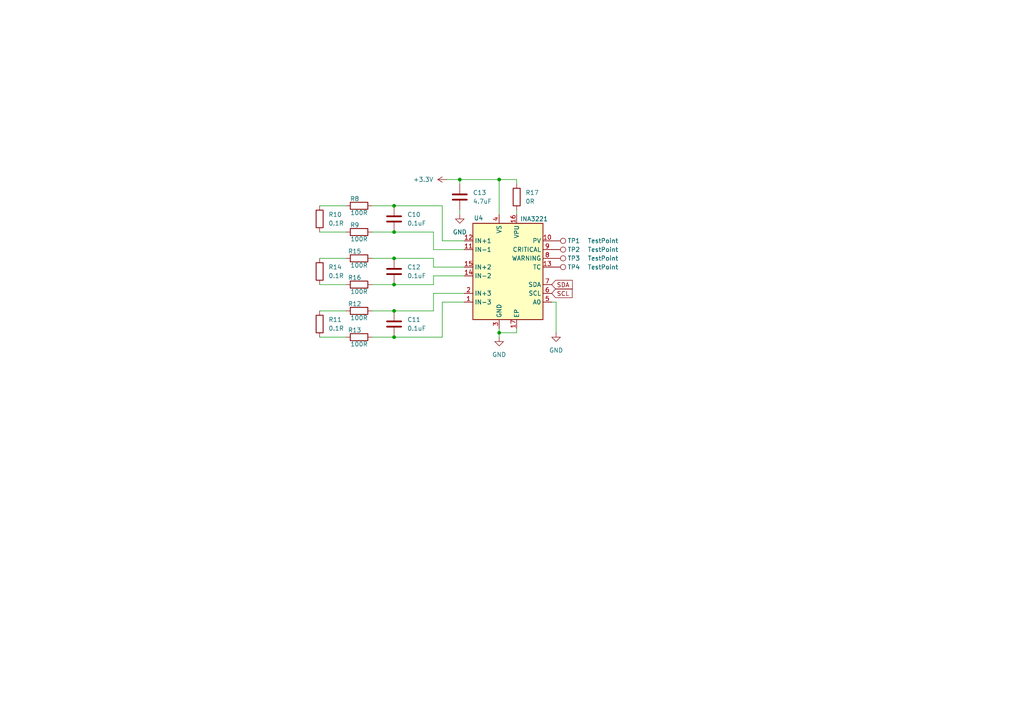
<source format=kicad_sch>
(kicad_sch (version 20250114) (generator "eeschema") (generator_version "9.0")
  (paper "A4")
  (title_block (title "Monitoring INA3221") (date "2025-06-19") (rev "1.0") (company "Thomas Faucherre"))
  (lib_symbols
    (symbol "Connector:TestPoint" (pin_numbers (hide yes)) (pin_names (offset 0.762) (hide yes))
      (property "Reference" "TP" (at 0 6.858 0))
      (property "Value" "TestPoint" (at 0 5.08 0))
      (symbol "TestPoint_0_1"
        (circle (center 0 3.302) (radius 0.762))
      )
      (symbol "TestPoint_1_1"
        (pin passive line (at 0 0 90) (length 2.54) (name "1") (number "1"))
      )
    )
    (symbol "Device:C" (pin_numbers (hide yes)) (pin_names (offset 0.254))
      (property "Reference" "C" (at 0.635 2.54 0))
      (property "Value" "C" (at 0.635 -2.54 0))
      (symbol "C_0_1"
        (polyline (pts (xy -2.032 0.762) (xy 2.032 0.762)) (stroke (width 0.508)))
        (polyline (pts (xy -2.032 -0.762) (xy 2.032 -0.762)) (stroke (width 0.508)))
      )
      (symbol "C_1_1"
        (pin passive line (at 0 3.81 270) (length 2.794) (name "~") (number "1"))
        (pin passive line (at 0 -3.81 90) (length 2.794) (name "~") (number "2"))
      )
    )
    (symbol "Device:R" (pin_numbers (hide yes)) (pin_names (offset 0))
      (property "Reference" "R" (at 2.032 0 90))
      (property "Value" "R" (at 0 0 90))
      (symbol "R_0_1"
        (rectangle (start -1.016 -2.54) (end 1.016 2.54) (stroke (width 0.254)))
      )
      (symbol "R_1_1"
        (pin passive line (at 0 3.81 270) (length 1.27) (name "~") (number "1"))
        (pin passive line (at 0 -3.81 90) (length 1.27) (name "~") (number "2"))
      )
    )
    (symbol "Power_Management:INA3221"
      (property "Reference" "U" (at -10.16 17.78 0))
      (property "Value" "INA3221" (at 5.08 17.78 0))
      (symbol "INA3221_0_1"
        (rectangle (start 10.16 -12.7) (end -10.16 15.24) (stroke (width 0.254)) (fill (type background)))
      )
      (symbol "INA3221_1_1"
        (pin input line (at -12.7 10.16 0) (length 2.54) (name "IN+1") (number "12"))
        (pin input line (at -12.7 7.62 0) (length 2.54) (name "IN-1") (number "11"))
        (pin input line (at -12.7 2.54 0) (length 2.54) (name "IN+2") (number "15"))
        (pin input line (at -12.7 0 0) (length 2.54) (name "IN-2") (number "14"))
        (pin input line (at -12.7 -5.08 0) (length 2.54) (name "IN+3") (number "2"))
        (pin input line (at -12.7 -7.62 0) (length 2.54) (name "IN-3") (number "1"))
        (pin power_in line (at -2.54 17.78 270) (length 2.54) (name "VS") (number "4"))
        (pin power_in line (at -2.54 -15.24 90) (length 2.54) (name "GND") (number "3"))
        (pin power_in line (at 2.54 17.78 270) (length 2.54) (name "VPU") (number "16"))
        (pin passive line (at 2.54 -15.24 90) (length 2.54) (name "EP") (number "17"))
        (pin open_collector line (at 12.7 10.16 180) (length 2.54) (name "PV") (number "10"))
        (pin open_collector line (at 12.7 7.62 180) (length 2.54) (name "CRITICAL") (number "9"))
        (pin open_collector line (at 12.7 5.08 180) (length 2.54) (name "WARNING") (number "8"))
        (pin open_collector line (at 12.7 2.54 180) (length 2.54) (name "TC") (number "13"))
        (pin bidirectional line (at 12.7 -2.54 180) (length 2.54) (name "SDA") (number "7"))
        (pin input line (at 12.7 -5.08 180) (length 2.54) (name "SCL") (number "6"))
        (pin input line (at 12.7 -7.62 180) (length 2.54) (name "A0") (number "5"))
      )
    )
    (symbol "power:+3.3V" (power) (pin_numbers (hide yes)) (pin_names (offset 0) (hide yes))
      (property "Value" "+3.3V" (at 0 3.556 0))
      (symbol "+3.3V_0_1"
        (polyline (pts (xy -0.762 1.27) (xy 0 2.54)))
        (polyline (pts (xy 0 2.54) (xy 0.762 1.27)))
        (polyline (pts (xy 0 0) (xy 0 2.54)))
      )
      (symbol "+3.3V_1_1"
        (pin power_in line (at 0 0 90) (length 0) (name "~") (number "1"))
      )
    )
    (symbol "power:GND" (power) (pin_numbers (hide yes)) (pin_names (offset 0) (hide yes))
      (property "Value" "GND" (at 0 -3.81 0))
      (symbol "GND_0_1"
        (polyline (pts (xy 0 0) (xy 0 -1.27) (xy 1.27 -1.27) (xy 0 -2.54) (xy -1.27 -1.27) (xy 0 -1.27)))
      )
      (symbol "GND_1_1"
        (pin power_in line (at 0 0 270) (length 0) (name "~") (number "1"))
      )
    )
  )
  (junction (at 114.3 67.31))
  (junction (at 114.3 59.69))
  (junction (at 114.3 74.93))
  (junction (at 133.35 52.07))
  (junction (at 114.3 90.17))
  (junction (at 114.3 82.55))
  (junction (at 144.78 52.07))
  (junction (at 144.78 96.52))
  (junction (at 114.3 97.79))
  (wire (pts (xy 144.78 52.07) (xy 149.86 52.07)))
  (wire (pts (xy 107.95 67.31) (xy 114.3 67.31)))
  (wire (pts (xy 149.86 95.25) (xy 149.86 96.52)))
  (wire (pts (xy 125.73 74.93) (xy 114.3 74.93)))
  (wire (pts (xy 107.95 59.69) (xy 114.3 59.69)))
  (wire (pts (xy 129.54 52.07) (xy 133.35 52.07)))
  (wire (pts (xy 134.62 87.63) (xy 128.27 87.63)))
  (wire (pts (xy 128.27 59.69) (xy 114.3 59.69)))
  (wire (pts (xy 128.27 87.63) (xy 128.27 97.79)))
  (wire (pts (xy 125.73 67.31) (xy 114.3 67.31)))
  (wire (pts (xy 144.78 95.25) (xy 144.78 96.52)))
  (wire (pts (xy 125.73 80.01) (xy 134.62 80.01)))
  (wire (pts (xy 107.95 82.55) (xy 114.3 82.55)))
  (wire (pts (xy 144.78 96.52) (xy 149.86 96.52)))
  (wire (pts (xy 125.73 77.47) (xy 125.73 74.93)))
  (wire (pts (xy 160.02 87.63) (xy 161.29 87.63)))
  (wire (pts (xy 92.71 74.93) (xy 100.33 74.93)))
  (wire (pts (xy 125.73 77.47) (xy 134.62 77.47)))
  (wire (pts (xy 134.62 72.39) (xy 125.73 72.39)))
  (wire (pts (xy 125.73 82.55) (xy 114.3 82.55)))
  (wire (pts (xy 134.62 69.85) (xy 128.27 69.85)))
  (wire (pts (xy 161.29 87.63) (xy 161.29 96.52)))
  (wire (pts (xy 107.95 90.17) (xy 114.3 90.17)))
  (wire (pts (xy 149.86 60.96) (xy 149.86 62.23)))
  (wire (pts (xy 149.86 53.34) (xy 149.86 52.07)))
  (wire (pts (xy 92.71 67.31) (xy 100.33 67.31)))
  (wire (pts (xy 133.35 60.96) (xy 133.35 62.23)))
  (wire (pts (xy 133.35 52.07) (xy 133.35 53.34)))
  (wire (pts (xy 107.95 74.93) (xy 114.3 74.93)))
  (wire (pts (xy 144.78 96.52) (xy 144.78 97.79)))
  (wire (pts (xy 92.71 97.79) (xy 100.33 97.79)))
  (wire (pts (xy 125.73 85.09) (xy 125.73 90.17)))
  (wire (pts (xy 128.27 97.79) (xy 114.3 97.79)))
  (wire (pts (xy 125.73 90.17) (xy 114.3 90.17)))
  (wire (pts (xy 125.73 80.01) (xy 125.73 82.55)))
  (wire (pts (xy 92.71 82.55) (xy 100.33 82.55)))
  (wire (pts (xy 128.27 69.85) (xy 128.27 59.69)))
  (wire (pts (xy 125.73 72.39) (xy 125.73 67.31)))
  (wire (pts (xy 133.35 52.07) (xy 144.78 52.07)))
  (wire (pts (xy 134.62 85.09) (xy 125.73 85.09)))
  (wire (pts (xy 144.78 52.07) (xy 144.78 62.23)))
  (wire (pts (xy 92.71 59.69) (xy 100.33 59.69)))
  (wire (pts (xy 92.71 90.17) (xy 100.33 90.17)))
  (wire (pts (xy 107.95 97.79) (xy 114.3 97.79)))
  (global_label "SDA" (shape input) (at 160.02 82.55 0) (property "Intersheetrefs" "${INTERSHEET_REFS}" (effects (hide yes))))
  (global_label "SCL" (shape input) (at 160.02 85.09 0) (property "Intersheetrefs" "${INTERSHEET_REFS}" (effects (hide yes))))
  (symbol (lib_id "Device:C") (at 133.35 57.15 0) (unit 1)
    (property "Reference" "C13" (at 137.16 55.8799 0) (effects (justify left)))
    (property "Value" "4.7uF" (at 137.16 58.4199 0) (effects (justify left)))
    (property "Footprint" "Capacitor_SMD:C_0603_1608Metric" (effects (hide yes)))
    (property "Description" "Unpolarized capacitor" (effects (hide yes)))
  )
  (symbol (lib_id "Device:C") (at 114.3 78.74 0) (unit 1)
    (property "Reference" "C12" (at 118.11 77.4699 0) (effects (justify left)))
    (property "Value" "0.1uF" (at 118.11 80.0099 0) (effects (justify left)))
    (property "Footprint" "Capacitor_SMD:C_0603_1608Metric" (effects (hide yes)))
    (property "Description" "Unpolarized capacitor" (effects (hide yes)))
  )
  (symbol (lib_id "Device:C") (at 114.3 63.5 0) (unit 1)
    (property "Reference" "C10" (at 118.11 62.2299 0) (effects (justify left)))
    (property "Value" "0.1uF" (at 118.11 64.7699 0) (effects (justify left)))
    (property "Footprint" "Capacitor_SMD:C_0603_1608Metric" (effects (hide yes)))
    (property "Description" "Unpolarized capacitor" (effects (hide yes)))
  )
  (symbol (lib_id "Device:R") (at 104.14 97.79 90) (unit 1)
    (property "Reference" "R13" (at 102.87 95.758 90))
    (property "Value" "100R" (at 104.14 99.822 90))
    (property "Footprint" "Resistor_SMD:R_0603_1608Metric" (effects (hide yes)))
    (property "Description" "Resistor" (effects (hide yes)))
  )
  (symbol (lib_id "power:+3.3V") (at 129.54 52.07 90) (unit 1)
    (property "Reference" "#PWR016" (effects (hide yes)))
    (property "Value" "+3.3V" (at 125.73 52.0699 90) (effects (justify left)))
    (property "Description" "Power symbol creates a global label with name \"+3.3V\"" (effects (hide yes)))
  )
  (symbol (lib_id "Device:R") (at 104.14 59.69 90) (unit 1)
    (property "Reference" "R8" (at 102.87 57.658 90))
    (property "Value" "100R" (at 104.14 61.722 90))
    (property "Footprint" "Resistor_SMD:R_0603_1608Metric" (effects (hide yes)))
    (property "Description" "Resistor" (effects (hide yes)))
  )
  (symbol (lib_id "Device:R") (at 104.14 74.93 90) (unit 1)
    (property "Reference" "R15" (at 102.87 72.898 90))
    (property "Value" "100R" (at 104.14 76.962 90))
    (property "Footprint" "Resistor_SMD:R_0603_1608Metric" (effects (hide yes)))
    (property "Description" "Resistor" (effects (hide yes)))
  )
  (symbol (lib_id "Connector:TestPoint") (at 160.02 72.39 270) (unit 1)
    (property "Reference" "TP2" (at 164.592 72.39 90) (effects (justify left)))
    (property "Value" "TestPoint" (at 170.434 72.39 90) (effects (justify left)))
    (property "Footprint" "TestPoint:TestPoint_Pad_D1.0mm" (effects (hide yes)))
    (property "Description" "test point" (effects (hide yes)))
  )
  (symbol (lib_id "Connector:TestPoint") (at 160.02 74.93 270) (unit 1)
    (property "Reference" "TP3" (at 164.592 74.93 90) (effects (justify left)))
    (property "Value" "TestPoint" (at 170.434 74.93 90) (effects (justify left)))
    (property "Footprint" "TestPoint:TestPoint_Pad_D1.0mm" (effects (hide yes)))
    (property "Description" "test point" (effects (hide yes)))
  )
  (symbol (lib_id "power:GND") (at 133.35 62.23 0) (unit 1)
    (property "Reference" "#PWR018" (effects (hide yes)))
    (property "Value" "GND" (at 133.35 67.31 0))
    (property "Description" "Power symbol creates a global label with name \"GND\" , ground" (effects (hide yes)))
  )
  (symbol (lib_id "Device:R") (at 92.71 78.74 0) (unit 1)
    (property "Reference" "R14" (at 95.25 77.4699 0) (effects (justify left)))
    (property "Value" "0.1R" (at 95.25 80.0099 0) (effects (justify left)))
    (property "Footprint" "Resistor_SMD:R_0603_1608Metric" (effects (hide yes)))
    (property "Description" "Resistor" (effects (hide yes)))
  )
  (symbol (lib_id "Device:R") (at 104.14 82.55 90) (unit 1)
    (property "Reference" "R16" (at 102.87 80.518 90))
    (property "Value" "100R" (at 104.14 84.582 90))
    (property "Footprint" "Resistor_SMD:R_0603_1608Metric" (effects (hide yes)))
    (property "Description" "Resistor" (effects (hide yes)))
  )
  (symbol (lib_id "Device:R") (at 104.14 90.17 90) (unit 1)
    (property "Reference" "R12" (at 102.87 88.138 90))
    (property "Value" "100R" (at 104.14 92.202 90))
    (property "Footprint" "Resistor_SMD:R_0603_1608Metric" (effects (hide yes)))
    (property "Description" "Resistor" (effects (hide yes)))
  )
  (symbol (lib_id "Device:R") (at 92.71 93.98 0) (unit 1)
    (property "Reference" "R11" (at 95.25 92.7099 0) (effects (justify left)))
    (property "Value" "0.1R" (at 95.25 95.2499 0) (effects (justify left)))
    (property "Footprint" "Resistor_SMD:R_0603_1608Metric" (effects (hide yes)))
    (property "Description" "Resistor" (effects (hide yes)))
  )
  (symbol (lib_id "Power_Management:INA3221") (at 147.32 80.01 0) (unit 1)
    (property "Reference" "U4" (at 137.414 63.246 0) (effects (justify left)))
    (property "Value" "INA3221" (at 150.876 63.5 0) (effects (justify left)))
    (property "Footprint" "Package_DFN_QFN:Texas_RGV0016A_VQFN-16-1EP_4x4mm_P0.65mm_EP2.1x2.1mm" (effects (hide yes)))
    (property "Datasheet" "http://www.ti.com/lit/ds/symlink/ina3221.pdf" (effects (hide yes)))
    (property "Description" "Triple-Channel High-Side Shunt and Bus Voltage Monitor with I2C and SMBUS Compatible Interface, QFN-16" (effects (hide yes)))
  )
  (symbol (lib_id "Connector:TestPoint") (at 160.02 69.85 270) (unit 1)
    (property "Reference" "TP1" (at 164.592 69.85 90) (effects (justify left)))
    (property "Value" "TestPoint" (at 170.434 69.85 90) (effects (justify left)))
    (property "Footprint" "TestPoint:TestPoint_Pad_D1.0mm" (effects (hide yes)))
    (property "Description" "test point" (effects (hide yes)))
  )
  (symbol (lib_id "Device:R") (at 104.14 67.31 90) (unit 1)
    (property "Reference" "R9" (at 102.87 65.278 90))
    (property "Value" "100R" (at 104.14 69.342 90))
    (property "Footprint" "Resistor_SMD:R_0603_1608Metric" (effects (hide yes)))
    (property "Description" "Resistor" (effects (hide yes)))
  )
  (symbol (lib_id "Device:R") (at 149.86 57.15 0) (unit 1)
    (property "Reference" "R17" (at 152.4 55.8799 0) (effects (justify left)))
    (property "Value" "0R" (at 152.4 58.4199 0) (effects (justify left)))
    (property "Footprint" "Resistor_SMD:R_0603_1608Metric" (effects (hide yes)))
    (property "Description" "Resistor" (effects (hide yes)))
  )
  (symbol (lib_id "Connector:TestPoint") (at 160.02 77.47 270) (unit 1)
    (property "Reference" "TP4" (at 164.592 77.47 90) (effects (justify left)))
    (property "Value" "TestPoint" (at 170.434 77.47 90) (effects (justify left)))
    (property "Footprint" "TestPoint:TestPoint_Pad_D1.0mm" (effects (hide yes)))
    (property "Description" "test point" (effects (hide yes)))
  )
  (symbol (lib_id "power:GND") (at 161.29 96.52 0) (unit 1)
    (property "Reference" "#PWR017" (effects (hide yes)))
    (property "Value" "GND" (at 161.29 101.6 0))
    (property "Description" "Power symbol creates a global label with name \"GND\" , ground" (effects (hide yes)))
  )
  (symbol (lib_id "power:GND") (at 144.78 97.79 0) (unit 1)
    (property "Reference" "#PWR015" (effects (hide yes)))
    (property "Value" "GND" (at 144.78 102.87 0))
    (property "Description" "Power symbol creates a global label with name \"GND\" , ground" (effects (hide yes)))
  )
  (symbol (lib_id "Device:R") (at 92.71 63.5 0) (unit 1)
    (property "Reference" "R10" (at 95.25 62.2299 0) (effects (justify left)))
    (property "Value" "0.1R" (at 95.25 64.7699 0) (effects (justify left)))
    (property "Footprint" "Resistor_SMD:R_0603_1608Metric" (effects (hide yes)))
    (property "Description" "Resistor" (effects (hide yes)))
  )
  (symbol (lib_id "Device:C") (at 114.3 93.98 0) (unit 1)
    (property "Reference" "C11" (at 118.11 92.7099 0) (effects (justify left)))
    (property "Value" "0.1uF" (at 118.11 95.2499 0) (effects (justify left)))
    (property "Footprint" "Capacitor_SMD:C_0603_1608Metric" (effects (hide yes)))
    (property "Description" "Unpolarized capacitor" (effects (hide yes)))
  )
)
</source>
